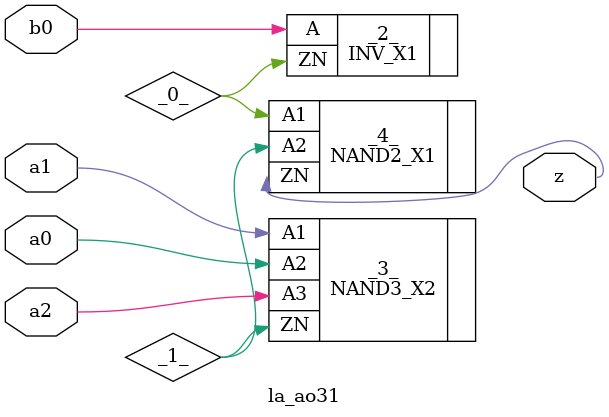
<source format=v>
/* Generated by Yosys 0.37 (git sha1 a5c7f69ed, clang 14.0.0-1ubuntu1.1 -fPIC -Os) */

module la_ao31(a0, a1, a2, b0, z);
  wire _0_;
  wire _1_;
  input a0;
  wire a0;
  input a1;
  wire a1;
  input a2;
  wire a2;
  input b0;
  wire b0;
  output z;
  wire z;
  INV_X1 _2_ (
    .A(b0),
    .ZN(_0_)
  );
  NAND3_X2 _3_ (
    .A1(a1),
    .A2(a0),
    .A3(a2),
    .ZN(_1_)
  );
  NAND2_X1 _4_ (
    .A1(_0_),
    .A2(_1_),
    .ZN(z)
  );
endmodule

</source>
